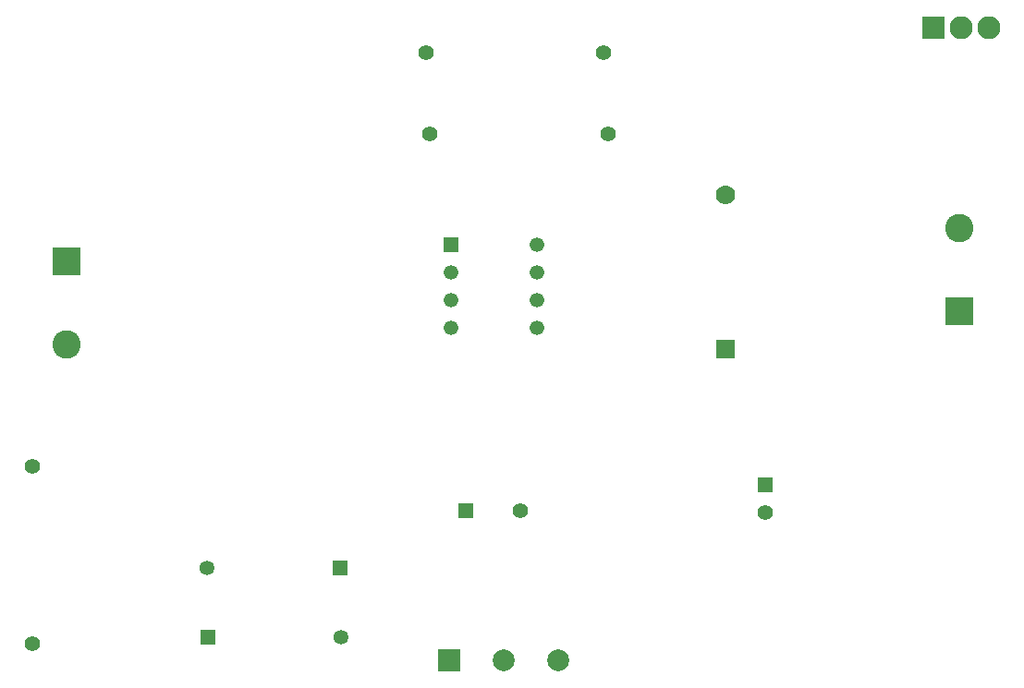
<source format=gbs>
G04*
G04 #@! TF.GenerationSoftware,Altium Limited,Altium Designer,23.1.1 (15)*
G04*
G04 Layer_Color=16711935*
%FSLAX44Y44*%
%MOMM*%
G71*
G04*
G04 #@! TF.SameCoordinates,D0F7A24C-D961-4E1D-B503-D57C0314947E*
G04*
G04*
G04 #@! TF.FilePolarity,Negative*
G04*
G01*
G75*
%ADD13C,1.3532*%
%ADD14R,1.3532X1.3532*%
%ADD15C,2.1232*%
%ADD16R,2.1232X2.1232*%
%ADD17C,1.3332*%
%ADD18R,1.3332X1.3332*%
%ADD19C,2.6032*%
%ADD20R,2.6032X2.6032*%
%ADD21C,1.4032*%
%ADD22R,1.4032X1.4032*%
%ADD23C,2.0032*%
%ADD24R,2.0032X2.0032*%
%ADD25R,1.4032X1.4032*%
%ADD26R,1.7782X1.7782*%
%ADD27C,1.7782*%
D13*
X-711120Y-621030D02*
D03*
X-834390Y-557530D02*
D03*
D14*
X-833120Y-621030D02*
D03*
X-712390Y-557530D02*
D03*
D15*
X-118110Y-62230D02*
D03*
X-143510D02*
D03*
D16*
X-168910D02*
D03*
D17*
X-531470Y-261620D02*
D03*
Y-287020D02*
D03*
Y-312420D02*
D03*
Y-337820D02*
D03*
X-610870D02*
D03*
Y-312420D02*
D03*
Y-287020D02*
D03*
D18*
Y-261620D02*
D03*
D19*
X-962660Y-353060D02*
D03*
X-144780Y-246380D02*
D03*
D20*
X-962660Y-276860D02*
D03*
X-144780Y-322580D02*
D03*
D21*
X-547370Y-505460D02*
D03*
X-470730Y-85090D02*
D03*
X-633730D02*
D03*
X-994410Y-464380D02*
D03*
Y-627380D02*
D03*
X-322580Y-506730D02*
D03*
X-629920Y-160020D02*
D03*
X-466920D02*
D03*
D22*
X-597370Y-505460D02*
D03*
D23*
X-512140Y-642620D02*
D03*
X-562140D02*
D03*
D24*
X-612140D02*
D03*
D25*
X-322580Y-481730D02*
D03*
D26*
X-359410Y-356870D02*
D03*
D27*
Y-215870D02*
D03*
M02*

</source>
